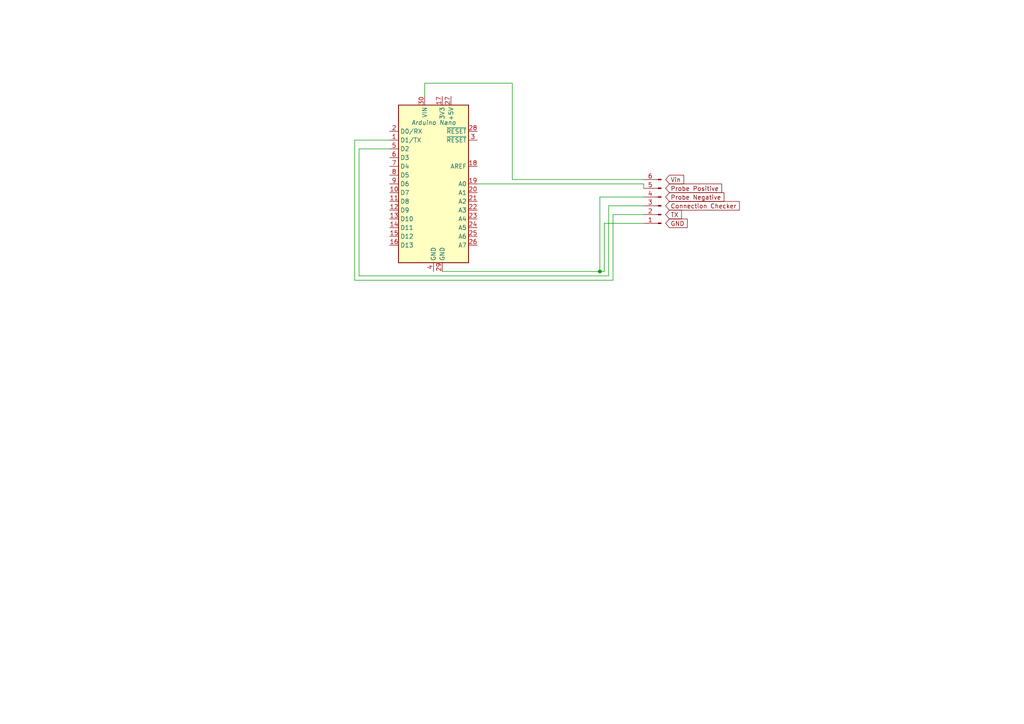
<source format=kicad_sch>
(kicad_sch (version 20211123) (generator eeschema)
  (paper "A4")
  (title_block (title "Volt Meter Module") (date "2022-03-25") (company "Davor19") (comment 1 "Measures voltages up to 5V") (comment 2 "Modo compatible module"))
  (lib_symbols
    (symbol "Connector:Conn_01x06_Male" (pin_names (offset 1.016) hide)
      (property "Reference" "J" (at 0 7.62 0))
      (property "Value" "Conn_01x06_Male" (at 0 -10.16 0))
      (symbol "Conn_01x06_Male_1_1"
        (polyline (pts (xy 1.27 -7.62) (xy 0.8636 -7.62)) (stroke (width 0.1524)))
        (polyline (pts (xy 1.27 -5.08) (xy 0.8636 -5.08)) (stroke (width 0.1524)))
        (polyline (pts (xy 1.27 -2.54) (xy 0.8636 -2.54)) (stroke (width 0.1524)))
        (polyline (pts (xy 1.27 0) (xy 0.8636 0)) (stroke (width 0.1524)))
        (polyline (pts (xy 1.27 2.54) (xy 0.8636 2.54)) (stroke (width 0.1524)))
        (polyline (pts (xy 1.27 5.08) (xy 0.8636 5.08)) (stroke (width 0.1524)))
        (rectangle (start 0.8636 -7.493) (end 0 -7.747) (stroke (width 0.1524)) (fill (type outline)))
        (rectangle (start 0.8636 -4.953) (end 0 -5.207) (stroke (width 0.1524)) (fill (type outline)))
        (rectangle (start 0.8636 -2.413) (end 0 -2.667) (stroke (width 0.1524)) (fill (type outline)))
        (rectangle (start 0.8636 0.127) (end 0 -0.127) (stroke (width 0.1524)) (fill (type outline)))
        (rectangle (start 0.8636 2.667) (end 0 2.413) (stroke (width 0.1524)) (fill (type outline)))
        (rectangle (start 0.8636 5.207) (end 0 4.953) (stroke (width 0.1524)) (fill (type outline)))
        (pin passive line (at 5.08 5.08 180) (length 3.81) (name "Pin_1") (number "1"))
        (pin passive line (at 5.08 2.54 180) (length 3.81) (name "Pin_2") (number "2"))
        (pin passive line (at 5.08 0 180) (length 3.81) (name "Pin_3") (number "3"))
        (pin passive line (at 5.08 -2.54 180) (length 3.81) (name "Pin_4") (number "4"))
        (pin passive line (at 5.08 -5.08 180) (length 3.81) (name "Pin_5") (number "5"))
        (pin passive line (at 5.08 -7.62 180) (length 3.81) (name "Pin_6") (number "6"))
      )
    )
    (symbol "MCU_Module:Arduino_Nano_v3.x"
      (property "Reference" "A" (at -10.16 23.495 0))
      (property "Value" "Arduino_Nano_v3.x" (at 5.08 -24.13 0))
      (symbol "Arduino_Nano_v3.x_0_1"
        (rectangle (start -10.16 22.86) (end 10.16 -22.86) (stroke (width 0.254)) (fill (type background)))
      )
      (symbol "Arduino_Nano_v3.x_1_1"
        (pin bidirectional line (at -12.7 12.7 0) (length 2.54) (name "D1/TX") (number "1"))
        (pin bidirectional line (at -12.7 -2.54 0) (length 2.54) (name "D7") (number "10"))
        (pin bidirectional line (at -12.7 -5.08 0) (length 2.54) (name "D8") (number "11"))
        (pin bidirectional line (at -12.7 -7.62 0) (length 2.54) (name "D9") (number "12"))
        (pin bidirectional line (at -12.7 -10.16 0) (length 2.54) (name "D10") (number "13"))
        (pin bidirectional line (at -12.7 -12.7 0) (length 2.54) (name "D11") (number "14"))
        (pin bidirectional line (at -12.7 -15.24 0) (length 2.54) (name "D12") (number "15"))
        (pin bidirectional line (at -12.7 -17.78 0) (length 2.54) (name "D13") (number "16"))
        (pin power_out line (at 2.54 25.4 270) (length 2.54) (name "3V3") (number "17"))
        (pin input line (at 12.7 5.08 180) (length 2.54) (name "AREF") (number "18"))
        (pin bidirectional line (at 12.7 0 180) (length 2.54) (name "A0") (number "19"))
        (pin bidirectional line (at -12.7 15.24 0) (length 2.54) (name "D0/RX") (number "2"))
        (pin bidirectional line (at 12.7 -2.54 180) (length 2.54) (name "A1") (number "20"))
        (pin bidirectional line (at 12.7 -5.08 180) (length 2.54) (name "A2") (number "21"))
        (pin bidirectional line (at 12.7 -7.62 180) (length 2.54) (name "A3") (number "22"))
        (pin bidirectional line (at 12.7 -10.16 180) (length 2.54) (name "A4") (number "23"))
        (pin bidirectional line (at 12.7 -12.7 180) (length 2.54) (name "A5") (number "24"))
        (pin bidirectional line (at 12.7 -15.24 180) (length 2.54) (name "A6") (number "25"))
        (pin bidirectional line (at 12.7 -17.78 180) (length 2.54) (name "A7") (number "26"))
        (pin power_out line (at 5.08 25.4 270) (length 2.54) (name "+5V") (number "27"))
        (pin input line (at 12.7 15.24 180) (length 2.54) (name "~{RESET}") (number "28"))
        (pin power_in line (at 2.54 -25.4 90) (length 2.54) (name "GND") (number "29"))
        (pin input line (at 12.7 12.7 180) (length 2.54) (name "~{RESET}") (number "3"))
        (pin power_in line (at -2.54 25.4 270) (length 2.54) (name "VIN") (number "30"))
        (pin power_in line (at 0 -25.4 90) (length 2.54) (name "GND") (number "4"))
        (pin bidirectional line (at -12.7 10.16 0) (length 2.54) (name "D2") (number "5"))
        (pin bidirectional line (at -12.7 7.62 0) (length 2.54) (name "D3") (number "6"))
        (pin bidirectional line (at -12.7 5.08 0) (length 2.54) (name "D4") (number "7"))
        (pin bidirectional line (at -12.7 2.54 0) (length 2.54) (name "D5") (number "8"))
        (pin bidirectional line (at -12.7 0 0) (length 2.54) (name "D6") (number "9"))
      )
    )
  )
  (junction (at 173.99 78.74))
  (wire (pts (xy 186.69 64.77) (xy 175.26 64.77)))
  (wire (pts (xy 186.69 52.07) (xy 148.59 52.07)))
  (wire (pts (xy 186.69 57.15) (xy 173.99 57.15)))
  (wire (pts (xy 128.27 78.74) (xy 173.99 78.74)))
  (wire (pts (xy 173.99 57.15) (xy 173.99 78.74)))
  (wire (pts (xy 102.87 40.64) (xy 102.87 81.28)))
  (wire (pts (xy 102.87 81.28) (xy 177.8 81.28)))
  (wire (pts (xy 176.53 59.69) (xy 186.69 59.69)))
  (wire (pts (xy 104.14 43.18) (xy 104.14 80.01)))
  (wire (pts (xy 177.8 62.23) (xy 186.69 62.23)))
  (wire (pts (xy 123.19 24.13) (xy 123.19 27.94)))
  (wire (pts (xy 173.99 78.74) (xy 175.26 78.74)))
  (wire (pts (xy 138.43 53.34) (xy 186.69 53.34)))
  (wire (pts (xy 186.69 53.34) (xy 186.69 54.61)))
  (wire (pts (xy 176.53 80.01) (xy 176.53 59.69)))
  (wire (pts (xy 104.14 80.01) (xy 176.53 80.01)))
  (wire (pts (xy 148.59 52.07) (xy 148.59 24.13)))
  (wire (pts (xy 113.03 40.64) (xy 102.87 40.64)))
  (wire (pts (xy 148.59 24.13) (xy 123.19 24.13)))
  (wire (pts (xy 113.03 43.18) (xy 104.14 43.18)))
  (wire (pts (xy 177.8 81.28) (xy 177.8 62.23)))
  (wire (pts (xy 175.26 64.77) (xy 175.26 78.74)))
  (global_label "Vin" (shape input) (at 193.04 52.07 0) (property "Intersheet References" "${INTERSHEET_REFS}" (effects hide)))
  (global_label "Probe Positive" (shape input) (at 193.04 54.61 0) (property "Intersheet References" "${INTERSHEET_REFS}" (effects hide)))
  (global_label "Connection Checker" (shape input) (at 193.04 59.69 0) (property "Intersheet References" "${INTERSHEET_REFS}" (effects hide)))
  (global_label "Probe Negative" (shape input) (at 193.04 57.15 0) (property "Intersheet References" "${INTERSHEET_REFS}" (effects hide)))
  (global_label "TX" (shape input) (at 193.04 62.23 0) (property "Intersheet References" "${INTERSHEET_REFS}" (effects hide)))
  (global_label "GND" (shape input) (at 193.04 64.77 0) (property "Intersheet References" "${INTERSHEET_REFS}" (effects hide)))
  (symbol (lib_id "Connector:Conn_01x06_Male") (at 191.77 59.69 180) (unit 1)
    (property "Reference" "J?" (effects hide))
    (property "Value" "x" (effects hide))
  )
  (symbol (lib_id "MCU_Module:Arduino_Nano_v3.x") (at 125.73 53.34 0) (unit 1)
    (property "Reference" "A?" (effects hide))
    (property "Value" "Arduino Nano" (at 125.73 35.56 0) (effects (font italic)))
    (property "Footprint" "Module:Arduino_Nano" (effects hide))
    (property "Datasheet" "http://www.mouser.com/pdfdocs/Gravitech_Arduino_Nano3_0.pdf" (effects hide))
  )
)
</source>
